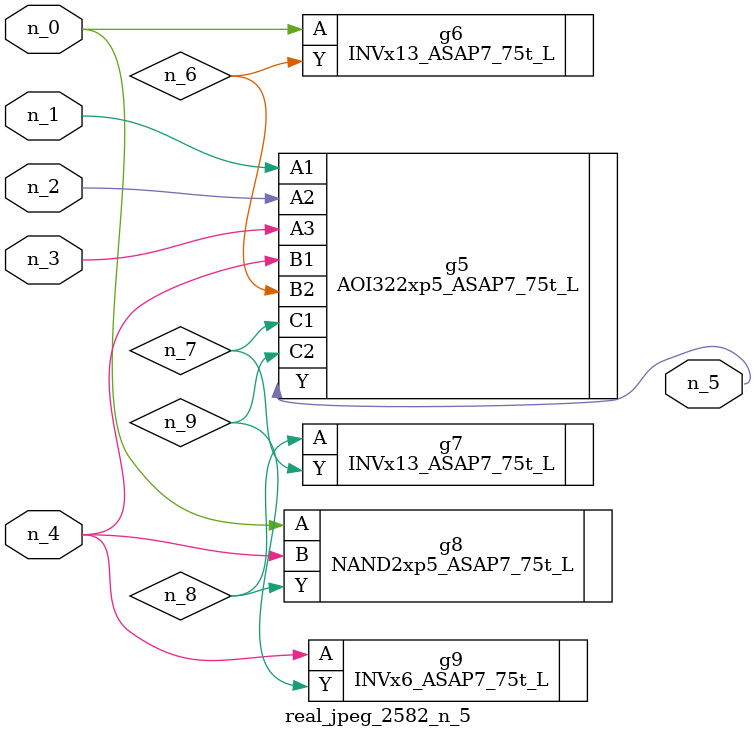
<source format=v>
module real_jpeg_2582_n_5 (n_4, n_0, n_1, n_2, n_3, n_5);

input n_4;
input n_0;
input n_1;
input n_2;
input n_3;

output n_5;

wire n_8;
wire n_6;
wire n_7;
wire n_9;

INVx13_ASAP7_75t_L g6 ( 
.A(n_0),
.Y(n_6)
);

NAND2xp5_ASAP7_75t_L g8 ( 
.A(n_0),
.B(n_4),
.Y(n_8)
);

AOI322xp5_ASAP7_75t_L g5 ( 
.A1(n_1),
.A2(n_2),
.A3(n_3),
.B1(n_4),
.B2(n_6),
.C1(n_7),
.C2(n_9),
.Y(n_5)
);

INVx6_ASAP7_75t_L g9 ( 
.A(n_4),
.Y(n_9)
);

INVx13_ASAP7_75t_L g7 ( 
.A(n_8),
.Y(n_7)
);


endmodule
</source>
